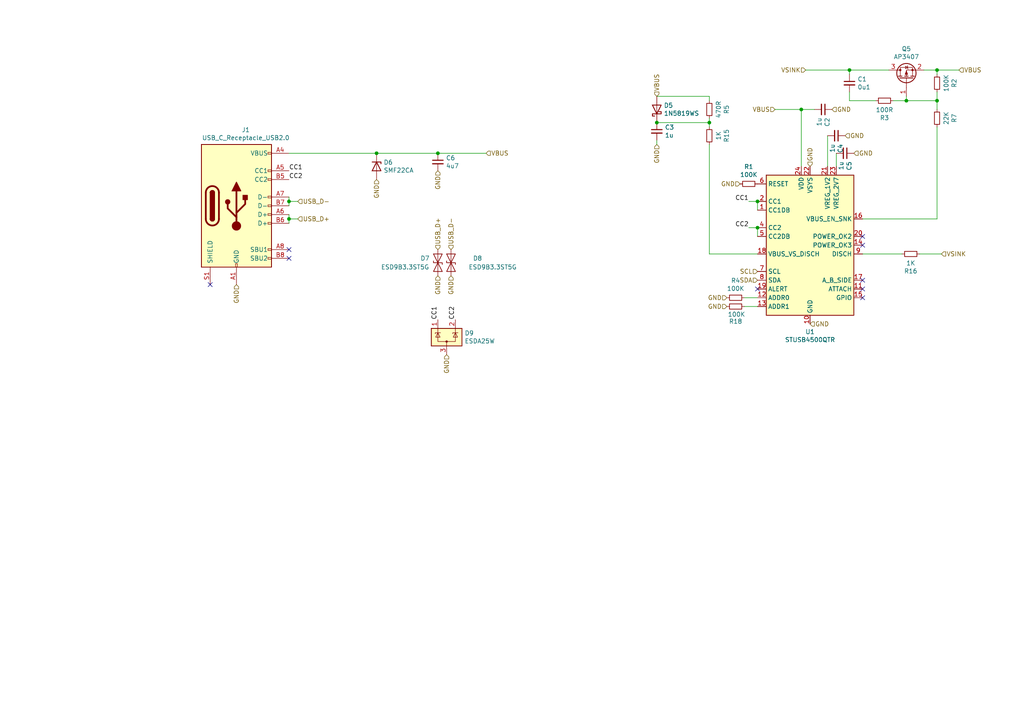
<source format=kicad_sch>
(kicad_sch (version 20231120) (generator "eeschema") (generator_version "8.0")
  (paper "A4")
  (lib_symbols
    (symbol "Device:C_Small" (pin_numbers hide) (pin_names (offset 0.254) hide)
      (property "Reference" "C" (at 0.254 1.778 0))
      (property "Value" "C_Small" (at 0.254 -2.032 0))
      (symbol "C_Small_0_1"
        (polyline (pts (xy -1.524 -0.508) (xy 1.524 -0.508)) (stroke (width 0.3302)))
        (polyline (pts (xy -1.524 0.508) (xy 1.524 0.508)) (stroke (width 0.3048)))
      )
      (symbol "C_Small_1_1"
        (pin passive line (at 0 2.54 270) (length 2.032) (name "~") (number "1"))
        (pin passive line (at 0 -2.54 90) (length 2.032) (name "~") (number "2"))
      )
    )
    (symbol "Device:D_Schottky" (pin_numbers hide) (pin_names (offset 1.016) hide)
      (property "Reference" "D" (at 0 2.54 0))
      (property "Value" "D_Schottky" (at 0 -2.54 0))
      (symbol "D_Schottky_0_1"
        (polyline (pts (xy 1.27 0) (xy -1.27 0)))
        (polyline (pts (xy 1.27 1.27) (xy 1.27 -1.27) (xy -1.27 0) (xy 1.27 1.27)) (stroke (width 0.254)))
        (polyline (pts (xy -1.905 0.635) (xy -1.905 1.27) (xy -1.27 1.27) (xy -1.27 -1.27) (xy -0.635 -1.27) (xy -0.635 -0.635)) (stroke (width 0.254)))
      )
      (symbol "D_Schottky_1_1"
        (pin passive line (at -3.81 0 0) (length 2.54) (name "K") (number "1"))
        (pin passive line (at 3.81 0 180) (length 2.54) (name "A") (number "2"))
      )
    )
    (symbol "Device:D_Zener" (pin_numbers hide) (pin_names (offset 1.016) hide)
      (property "Reference" "D" (at 0 2.54 0))
      (property "Value" "D_Zener" (at 0 -2.54 0))
      (symbol "D_Zener_0_1"
        (polyline (pts (xy 1.27 0) (xy -1.27 0)))
        (polyline (pts (xy -1.27 -1.27) (xy -1.27 1.27) (xy -0.762 1.27)) (stroke (width 0.254)))
        (polyline (pts (xy 1.27 -1.27) (xy 1.27 1.27) (xy -1.27 0) (xy 1.27 -1.27)) (stroke (width 0.254)))
      )
      (symbol "D_Zener_1_1"
        (pin passive line (at -3.81 0 0) (length 2.54) (name "K") (number "1"))
        (pin passive line (at 3.81 0 180) (length 2.54) (name "A") (number "2"))
      )
    )
    (symbol "Device:R_Small" (pin_numbers hide) (pin_names (offset 0.254) hide)
      (property "Reference" "R" (at 0.762 0.508 0))
      (property "Value" "R_Small" (at 0.762 -1.016 0))
      (symbol "R_Small_0_1"
        (rectangle (start -0.762 1.778) (end 0.762 -1.778) (stroke (width 0.2032)))
      )
      (symbol "R_Small_1_1"
        (pin passive line (at 0 2.54 270) (length 0.762) (name "~") (number "1"))
        (pin passive line (at 0 -2.54 90) (length 0.762) (name "~") (number "2"))
      )
    )
    (symbol "Diode:ESD9B3.3ST5G" (pin_numbers hide) (pin_names (offset 1.016) hide)
      (property "Reference" "D" (at 0 2.54 0))
      (property "Value" "ESD9B3.3ST5G" (at 0 -2.54 0))
      (symbol "ESD9B3.3ST5G_0_1"
        (polyline (pts (xy 1.27 0) (xy -1.27 0)))
        (polyline (pts (xy -2.54 -1.27) (xy 0 0) (xy -2.54 1.27) (xy -2.54 -1.27)) (stroke (width 0.2032)))
        (polyline (pts (xy 0.508 1.27) (xy 0 1.27) (xy 0 -1.27) (xy -0.508 -1.27)) (stroke (width 0.2032)))
        (polyline (pts (xy 2.54 1.27) (xy 2.54 -1.27) (xy 0 0) (xy 2.54 1.27)) (stroke (width 0.2032)))
      )
      (symbol "ESD9B3.3ST5G_1_1"
        (pin passive line (at -3.81 0 0) (length 2.54) (name "A1") (number "1"))
        (pin passive line (at 3.81 0 180) (length 2.54) (name "A2") (number "2"))
      )
    )
    (symbol "Interface_USB:STUSB4500QTR"
      (property "Reference" "U" (at -12.7 21.59 0))
      (property "Value" "STUSB4500QTR" (at 8.89 -21.59 0))
      (symbol "STUSB4500QTR_0_1"
        (rectangle (start -12.7 20.32) (end 12.7 -20.32) (stroke (width 0.254)) (fill (type background)))
      )
      (symbol "STUSB4500QTR_1_1"
        (pin bidirectional line (at -15.24 10.16 0) (length 2.54) (name "CC1DB") (number "1"))
        (pin power_in line (at 0 -22.86 90) (length 2.54) (name "GND") (number "10"))
        (pin open_collector line (at 15.24 -12.7 180) (length 2.54) (name "ATTACH") (number "11"))
        (pin input line (at -15.24 -15.24 0) (length 2.54) (name "ADDR0") (number "12"))
        (pin input line (at -15.24 -17.78 0) (length 2.54) (name "ADDR1") (number "13"))
        (pin open_collector line (at 15.24 0 180) (length 2.54) (name "POWER_OK3") (number "14"))
        (pin open_collector line (at 15.24 -15.24 180) (length 2.54) (name "GPIO") (number "15"))
        (pin open_collector line (at 15.24 7.62 180) (length 2.54) (name "VBUS_EN_SNK") (number "16"))
        (pin open_collector line (at 15.24 -10.16 180) (length 2.54) (name "A_B_SIDE") (number "17"))
        (pin input line (at -15.24 -2.54 0) (length 2.54) (name "VBUS_VS_DISCH") (number "18"))
        (pin open_collector line (at -15.24 -12.7 0) (length 2.54) (name "ALERT") (number "19"))
        (pin bidirectional line (at -15.24 12.7 0) (length 2.54) (name "CC1") (number "2"))
        (pin open_collector line (at 15.24 2.54 180) (length 2.54) (name "POWER_OK2") (number "20"))
        (pin power_out line (at 5.08 22.86 270) (length 2.54) (name "VREG_1V2") (number "21"))
        (pin power_in line (at 0 22.86 270) (length 2.54) (name "VSYS") (number "22"))
        (pin power_out line (at 7.62 22.86 270) (length 2.54) (name "VREG_2V7") (number "23"))
        (pin power_in line (at -2.54 22.86 270) (length 2.54) (name "VDD") (number "24"))
        (pin passive line (at 0 -22.86 90) (length 2.54) hide (name "GND") (number "25"))
        (pin no_connect line (at -12.7 15.24 0) (length 2.54) hide (name "NC") (number "3"))
        (pin bidirectional line (at -15.24 5.08 0) (length 2.54) (name "CC2") (number "4"))
        (pin bidirectional line (at -15.24 2.54 0) (length 2.54) (name "CC2DB") (number "5"))
        (pin input line (at -15.24 17.78 0) (length 2.54) (name "RESET") (number "6"))
        (pin input line (at -15.24 -7.62 0) (length 2.54) (name "SCL") (number "7"))
        (pin bidirectional line (at -15.24 -10.16 0) (length 2.54) (name "SDA") (number "8"))
        (pin bidirectional line (at 15.24 -2.54 180) (length 2.54) (name "DISCH") (number "9"))
      )
    )
    (symbol "Power_Protection:SP0502BAHT" (pin_names hide)
      (property "Reference" "D" (at 5.715 2.54 0))
      (property "Value" "SP0502BAHT" (at 5.715 0.635 0))
      (symbol "SP0502BAHT_0_0"
        (pin passive line (at 0 -5.08 90) (length 2.54) (name "A") (number "3"))
      )
      (symbol "SP0502BAHT_0_1"
        (rectangle (start -4.445 2.54) (end 4.445 -2.54) (stroke (width 0.254)) (fill (type background)))
        (circle (center 0 -1.27) (radius 0.254) (fill (type outline)))
        (polyline (pts (xy -2.54 2.54) (xy -2.54 1.27)))
        (polyline (pts (xy 0 -1.27) (xy 0 -2.54)))
        (polyline (pts (xy 2.54 2.54) (xy 2.54 1.27)))
        (polyline (pts (xy -3.302 1.016) (xy -3.302 1.27) (xy -1.905 1.27) (xy -1.778 1.27)))
        (polyline (pts (xy -2.54 1.27) (xy -2.54 -1.27) (xy 2.54 -1.27) (xy 2.54 1.27)))
        (polyline (pts (xy -2.54 1.27) (xy -1.905 0) (xy -3.175 0) (xy -2.54 1.27)))
        (polyline (pts (xy 1.778 1.016) (xy 1.778 1.27) (xy 3.175 1.27) (xy 3.302 1.27)))
        (polyline (pts (xy 2.54 1.27) (xy 1.905 0) (xy 3.175 0) (xy 2.54 1.27)))
      )
      (symbol "SP0502BAHT_1_1"
        (pin passive line (at -2.54 5.08 270) (length 2.54) (name "K") (number "1"))
        (pin passive line (at 2.54 5.08 270) (length 2.54) (name "K") (number "2"))
      )
    )
    (symbol "Transistor_FET:AO3401A" (pin_names hide)
      (property "Reference" "Q" (at 5.08 1.905 0))
      (property "Value" "AO3401A" (at 5.08 0 0))
      (symbol "AO3401A_0_1"
        (polyline (pts (xy 0.254 0) (xy -2.54 0)))
        (polyline (pts (xy 0.254 1.905) (xy 0.254 -1.905)) (stroke (width 0.254)))
        (polyline (pts (xy 0.762 -1.27) (xy 0.762 -2.286)) (stroke (width 0.254)))
        (polyline (pts (xy 0.762 0.508) (xy 0.762 -0.508)) (stroke (width 0.254)))
        (polyline (pts (xy 0.762 2.286) (xy 0.762 1.27)) (stroke (width 0.254)))
        (polyline (pts (xy 2.54 2.54) (xy 2.54 1.778)))
        (polyline (pts (xy 2.54 -2.54) (xy 2.54 0) (xy 0.762 0)))
        (polyline (pts (xy 0.762 1.778) (xy 3.302 1.778) (xy 3.302 -1.778) (xy 0.762 -1.778)))
        (polyline (pts (xy 2.286 0) (xy 1.27 0.381) (xy 1.27 -0.381) (xy 2.286 0)) (fill (type outline)))
        (polyline (pts (xy 2.794 -0.508) (xy 2.921 -0.381) (xy 3.683 -0.381) (xy 3.81 -0.254)))
        (polyline (pts (xy 3.302 -0.381) (xy 2.921 0.254) (xy 3.683 0.254) (xy 3.302 -0.381)))
        (circle (center 1.651 0) (radius 2.794) (stroke (width 0.254)))
        (circle (center 2.54 -1.778) (radius 0.254) (fill (type outline)))
        (circle (center 2.54 1.778) (radius 0.254) (fill (type outline)))
      )
      (symbol "AO3401A_1_1"
        (pin input line (at -5.08 0 0) (length 2.54) (name "G") (number "1"))
        (pin passive line (at 2.54 -5.08 90) (length 2.54) (name "S") (number "2"))
        (pin passive line (at 2.54 5.08 270) (length 2.54) (name "D") (number "3"))
      )
    )
    (symbol "jantteri_right-rescue:USB_C_Receptacle_USB2.0-Connector" (pin_names (offset 1.016))
      (property "Reference" "J" (at -10.16 19.05 0))
      (property "Value" "Connector_USB_C_Receptacle_USB2.0" (at 19.05 19.05 0))
      (symbol "USB_C_Receptacle_USB2.0-Connector_0_0"
        (rectangle (start -0.254 -17.78) (end 0.254 -16.764))
        (rectangle (start 10.16 -14.986) (end 9.144 -15.494))
        (rectangle (start 10.16 -12.446) (end 9.144 -12.954))
        (rectangle (start 10.16 -4.826) (end 9.144 -5.334))
        (rectangle (start 10.16 -2.286) (end 9.144 -2.794))
        (rectangle (start 10.16 0.254) (end 9.144 -0.254))
        (rectangle (start 10.16 2.794) (end 9.144 2.286))
        (rectangle (start 10.16 7.874) (end 9.144 7.366))
        (rectangle (start 10.16 10.414) (end 9.144 9.906))
        (rectangle (start 10.16 15.494) (end 9.144 14.986))
      )
      (symbol "USB_C_Receptacle_USB2.0-Connector_0_1"
        (rectangle (start -10.16 17.78) (end 10.16 -17.78) (stroke (width 0.254)) (fill (type background)))
        (arc (start -8.89 -3.81) (mid -6.985 -5.715) (end -5.08 -3.81) (stroke (width 0.508)))
        (arc (start -7.62 -3.81) (mid -6.985 -4.445) (end -6.35 -3.81) (stroke (width 0.254)))
        (arc (start -7.62 -3.81) (mid -6.985 -4.445) (end -6.35 -3.81) (stroke (width 0.254)) (fill (type outline)))
        (rectangle (start -7.62 -3.81) (end -6.35 3.81) (stroke (width 0.254)) (fill (type outline)))
        (arc (start -6.35 3.81) (mid -6.985 4.445) (end -7.62 3.81) (stroke (width 0.254)))
        (arc (start -6.35 3.81) (mid -6.985 4.445) (end -7.62 3.81) (stroke (width 0.254)) (fill (type outline)))
        (arc (start -5.08 3.81) (mid -6.985 5.715) (end -8.89 3.81) (stroke (width 0.508)))
        (circle (center -2.54 1.143) (radius 0.635) (stroke (width 0.254)) (fill (type outline)))
        (circle (center 0 -5.842) (radius 1.27) (fill (type outline)))
        (polyline (pts (xy -8.89 -3.81) (xy -8.89 3.81)) (stroke (width 0.508)))
        (polyline (pts (xy -5.08 3.81) (xy -5.08 -3.81)) (stroke (width 0.508)))
        (polyline (pts (xy 0 -5.842) (xy 0 4.318)) (stroke (width 0.508)))
        (polyline (pts (xy 0 -3.302) (xy -2.54 -0.762) (xy -2.54 0.508)) (stroke (width 0.508)))
        (polyline (pts (xy 0 -2.032) (xy 2.54 0.508) (xy 2.54 1.778)) (stroke (width 0.508)))
        (polyline (pts (xy -1.27 4.318) (xy 0 6.858) (xy 1.27 4.318) (xy -1.27 4.318)) (stroke (width 0.254)) (fill (type outline)))
        (rectangle (start 1.905 1.778) (end 3.175 3.048) (stroke (width 0.254)) (fill (type outline)))
      )
      (symbol "USB_C_Receptacle_USB2.0-Connector_1_1"
        (pin passive line (at 0 -22.86 90) (length 5.08) (name "GND") (number "A1"))
        (pin passive line (at 0 -22.86 90) (length 5.08) hide (name "GND") (number "A12"))
        (pin passive line (at 15.24 15.24 180) (length 5.08) (name "VBUS") (number "A4"))
        (pin bidirectional line (at 15.24 10.16 180) (length 5.08) (name "CC1") (number "A5"))
        (pin bidirectional line (at 15.24 -2.54 180) (length 5.08) (name "D+") (number "A6"))
        (pin bidirectional line (at 15.24 2.54 180) (length 5.08) (name "D-") (number "A7"))
        (pin bidirectional line (at 15.24 -12.7 180) (length 5.08) (name "SBU1") (number "A8"))
        (pin passive line (at 15.24 15.24 180) (length 5.08) hide (name "VBUS") (number "A9"))
        (pin passive line (at 0 -22.86 90) (length 5.08) hide (name "GND") (number "B1"))
        (pin passive line (at 0 -22.86 90) (length 5.08) hide (name "GND") (number "B12"))
        (pin passive line (at 15.24 15.24 180) (length 5.08) hide (name "VBUS") (number "B4"))
        (pin bidirectional line (at 15.24 7.62 180) (length 5.08) (name "CC2") (number "B5"))
        (pin bidirectional line (at 15.24 -5.08 180) (length 5.08) (name "D+") (number "B6"))
        (pin bidirectional line (at 15.24 0 180) (length 5.08) (name "D-") (number "B7"))
        (pin bidirectional line (at 15.24 -15.24 180) (length 5.08) (name "SBU2") (number "B8"))
        (pin passive line (at 15.24 15.24 180) (length 5.08) hide (name "VBUS") (number "B9"))
        (pin passive line (at -7.62 -22.86 90) (length 5.08) (name "SHIELD") (number "S1"))
      )
    )
  )
  (junction (at 271.78 29.21))
  (junction (at 246.38 20.32))
  (junction (at 232.41 31.75))
  (junction (at 109.22 44.45))
  (junction (at 83.82 63.5))
  (junction (at 219.71 66.04))
  (junction (at 127 44.45))
  (junction (at 83.82 58.42))
  (junction (at 219.71 58.42))
  (junction (at 271.78 20.32))
  (junction (at 190.5 35.56))
  (junction (at 262.89 29.21))
  (junction (at 205.74 35.56))
  (no_connect (at 250.19 81.28))
  (no_connect (at 250.19 71.12))
  (no_connect (at 83.82 74.93))
  (no_connect (at 219.71 83.82))
  (no_connect (at 250.19 83.82))
  (no_connect (at 60.96 82.55))
  (no_connect (at 250.19 86.36))
  (no_connect (at 83.82 72.39))
  (no_connect (at 250.19 68.58))
  (wire (pts (xy 267.97 20.32) (xy 271.78 20.32)))
  (wire (pts (xy 271.78 21.59) (xy 271.78 20.32)))
  (wire (pts (xy 242.57 48.26) (xy 242.57 44.45)))
  (wire (pts (xy 83.82 58.42) (xy 83.82 57.15)))
  (wire (pts (xy 205.74 35.56) (xy 205.74 34.29)))
  (wire (pts (xy 250.19 63.5) (xy 271.78 63.5)))
  (wire (pts (xy 190.5 41.91) (xy 190.5 40.64)))
  (wire (pts (xy 271.78 29.21) (xy 271.78 31.75)))
  (wire (pts (xy 232.41 31.75) (xy 236.22 31.75)))
  (wire (pts (xy 83.82 63.5) (xy 83.82 64.77)))
  (wire (pts (xy 240.03 39.37) (xy 240.03 48.26)))
  (wire (pts (xy 217.17 66.04) (xy 219.71 66.04)))
  (wire (pts (xy 215.9 88.9) (xy 219.71 88.9)))
  (wire (pts (xy 271.78 36.83) (xy 271.78 63.5)))
  (wire (pts (xy 250.19 73.66) (xy 261.62 73.66)))
  (wire (pts (xy 219.71 73.66) (xy 205.74 73.66)))
  (wire (pts (xy 86.36 58.42) (xy 83.82 58.42)))
  (wire (pts (xy 83.82 62.23) (xy 83.82 63.5)))
  (wire (pts (xy 262.89 29.21) (xy 271.78 29.21)))
  (wire (pts (xy 205.74 73.66) (xy 205.74 41.91)))
  (wire (pts (xy 224.79 31.75) (xy 232.41 31.75)))
  (wire (pts (xy 140.97 44.45) (xy 127 44.45)))
  (wire (pts (xy 246.38 20.32) (xy 233.68 20.32)))
  (wire (pts (xy 83.82 59.69) (xy 83.82 58.42)))
  (wire (pts (xy 271.78 20.32) (xy 278.13 20.32)))
  (wire (pts (xy 257.81 20.32) (xy 246.38 20.32)))
  (wire (pts (xy 217.17 58.42) (xy 219.71 58.42)))
  (wire (pts (xy 190.5 27.94) (xy 205.74 27.94)))
  (wire (pts (xy 271.78 29.21) (xy 271.78 26.67)))
  (wire (pts (xy 246.38 29.21) (xy 246.38 26.67)))
  (wire (pts (xy 262.89 29.21) (xy 262.89 27.94)))
  (wire (pts (xy 190.5 35.56) (xy 205.74 35.56)))
  (wire (pts (xy 205.74 36.83) (xy 205.74 35.56)))
  (wire (pts (xy 127 44.45) (xy 109.22 44.45)))
  (wire (pts (xy 266.7 73.66) (xy 273.05 73.66)))
  (wire (pts (xy 219.71 68.58) (xy 219.71 66.04)))
  (wire (pts (xy 219.71 60.96) (xy 219.71 58.42)))
  (wire (pts (xy 232.41 48.26) (xy 232.41 31.75)))
  (wire (pts (xy 109.22 44.45) (xy 83.82 44.45)))
  (wire (pts (xy 254 29.21) (xy 246.38 29.21)))
  (wire (pts (xy 259.08 29.21) (xy 262.89 29.21)))
  (wire (pts (xy 83.82 63.5) (xy 86.36 63.5)))
  (wire (pts (xy 219.71 86.36) (xy 215.9 86.36)))
  (wire (pts (xy 205.74 27.94) (xy 205.74 29.21)))
  (wire (pts (xy 246.38 21.59) (xy 246.38 20.32)))
  (label "CC2" (at 83.82 52.07 0))
  (label "CC1" (at 217.17 58.42 180))
  (label "CC2" (at 132.08 92.71 90))
  (label "CC1" (at 83.82 49.53 0))
  (label "CC1" (at 127 92.71 90))
  (label "CC2" (at 217.17 66.04 180))
  (hierarchical_label "GND" (shape input) (at 241.3 31.75 0))
  (hierarchical_label "GND" (shape input) (at 127 80.01 270))
  (hierarchical_label "GND" (shape input) (at 127 49.53 270))
  (hierarchical_label "GND" (shape input) (at 130.81 80.01 270))
  (hierarchical_label "USB_D-" (shape input) (at 86.36 58.42 0))
  (hierarchical_label "SCL" (shape input) (at 219.71 78.74 180))
  (hierarchical_label "GND" (shape input) (at 190.5 41.91 270))
  (hierarchical_label "GND" (shape input) (at 234.95 48.26 90))
  (hierarchical_label "GND" (shape input) (at 234.95 93.98 0))
  (hierarchical_label "USB_D+" (shape input) (at 86.36 63.5 0))
  (hierarchical_label "VBUS" (shape input) (at 190.5 27.94 90))
  (hierarchical_label "VSINK" (shape input) (at 233.68 20.32 180))
  (hierarchical_label "GND" (shape input) (at 210.82 86.36 180))
  (hierarchical_label "VBUS" (shape input) (at 140.97 44.45 0))
  (hierarchical_label "GND" (shape input) (at 109.22 52.07 270))
  (hierarchical_label "GND" (shape input) (at 214.63 53.34 180))
  (hierarchical_label "VSINK" (shape input) (at 273.05 73.66 0))
  (hierarchical_label "GND" (shape input) (at 129.54 102.87 270))
  (hierarchical_label "SDA" (shape input) (at 219.71 81.28 180))
  (hierarchical_label "USB_D+" (shape input) (at 127 72.39 90))
  (hierarchical_label "GND" (shape input) (at 247.65 44.45 0))
  (hierarchical_label "GND" (shape input) (at 210.82 88.9 180))
  (hierarchical_label "USB_D-" (shape input) (at 130.81 72.39 90))
  (hierarchical_label "VBUS" (shape input) (at 278.13 20.32 0))
  (hierarchical_label "GND" (shape input) (at 68.58 82.55 270))
  (hierarchical_label "GND" (shape input) (at 245.11 39.37 0))
  (hierarchical_label "VBUS" (shape input) (at 224.79 31.75 180))
  (symbol (lib_id "jantteri_right-rescue:USB_C_Receptacle_USB2.0-Connector") (at 68.58 59.69 0) (unit 1)
    (property "Reference" "J1" (at 71.2978 37.6682 0))
    (property "Value" "USB_C_Receptacle_USB2.0" (at 71.2978 39.9796 0))
    (property "Footprint" "Connector_USB:USB_C_Receptacle_JAE_DX07S024WJ3R400" (effects (hide yes)))
    (property "Datasheet" "https://www.usb.org/sites/default/files/documents/usb_type-c.zip" (effects (hide yes)))
    (property "LCSC" "C309367" (effects (hide yes)))
  )
  (symbol (lib_id "Interface_USB:STUSB4500QTR") (at 234.95 71.12 0) (unit 1)
    (property "Reference" "U1" (at 234.95 96.2406 0))
    (property "Value" "STUSB4500QTR" (at 234.95 98.552 0))
    (property "Footprint" "Package_DFN_QFN:QFN-24-1EP_4x4mm_P0.5mm_EP2.7x2.7mm" (effects (hide yes)))
    (property "Datasheet" "https://www.st.com/resource/en/datasheet/stusb4500.pdf" (effects (hide yes)))
    (property "LCSC" "C2678061" (effects (hide yes)))
  )
  (symbol (lib_id "Device:R_Small") (at 213.36 86.36 270) (unit 1)
    (property "Reference" "R4" (at 213.36 81.3816 90))
    (property "Value" "100K" (at 213.36 83.693 90))
    (property "Footprint" "Resistor_SMD:R_0402_1005Metric" (effects (hide yes)))
    (property "LCSC" "C25741" (effects (hide yes)))
  )
  (symbol (lib_id "Transistor_FET:AO3401A") (at 262.89 22.86 90) (unit 1)
    (property "Reference" "Q5" (at 262.89 14.1732 90))
    (property "Value" "AP3407" (at 262.89 16.4846 90))
    (property "Footprint" "Package_TO_SOT_SMD:SOT-23" (effects (hide yes)))
    (property "Datasheet" "http://www.aosmd.com/pdfs/datasheet/AO3401A.pdf" (effects (hide yes)))
    (property "LCSC" "C353080" (effects (hide yes)))
  )
  (symbol (lib_id "Device:C_Small") (at 246.38 24.13 0) (unit 1)
    (property "Reference" "C1" (at 248.7168 22.9616 0) (effects (justify left)))
    (property "Value" "0u1" (at 248.7168 25.273 0) (effects (justify left)))
    (property "Footprint" "Capacitor_SMD:C_0402_1005Metric" (effects (hide yes)))
    (property "LCSC" " C307331" (effects (hide yes)))
  )
  (symbol (lib_id "Device:R_Small") (at 256.54 29.21 90) (unit 1)
    (property "Reference" "R3" (at 256.54 34.1884 90))
    (property "Value" "100R" (at 256.54 31.877 90))
    (property "Footprint" "Resistor_SMD:R_0603_1608Metric" (effects (hide yes)))
    (property "LCSC" "C22775" (effects (hide yes)))
  )
  (symbol (lib_id "Device:R_Small") (at 271.78 34.29 180) (unit 1)
    (property "Reference" "R7" (at 276.7584 34.29 90))
    (property "Value" "22K" (at 274.447 34.29 90))
    (property "Footprint" "Resistor_SMD:R_0603_1608Metric" (effects (hide yes)))
    (property "LCSC" "C31850" (effects (hide yes)))
  )
  (symbol (lib_id "Device:D_Zener") (at 109.22 48.26 270) (unit 1)
    (property "Reference" "D6" (at 111.252 47.0916 90) (effects (justify left)))
    (property "Value" "SMF22CA" (at 111.252 49.403 90) (effects (justify left)))
    (property "Footprint" "Diode_SMD:D_SOD-123F" (effects (hide yes)))
    (property "LCSC" "C123807" (effects (hide yes)))
  )
  (symbol (lib_id "Device:C_Small") (at 127 46.99 0) (unit 1)
    (property "Reference" "C6" (at 129.3368 45.8216 0) (effects (justify left)))
    (property "Value" "4u7" (at 129.3368 48.133 0) (effects (justify left)))
    (property "Footprint" "Capacitor_SMD:C_1206_3216Metric" (effects (hide yes)))
    (property "LCSC" " C29823" (effects (hide yes)))
  )
  (symbol (lib_id "Device:D_Schottky") (at 190.5 31.75 90) (unit 1)
    (property "Reference" "D5" (at 192.532 30.5816 90) (effects (justify right)))
    (property "Value" "1N5819WS" (at 192.532 32.893 90) (effects (justify right)))
    (property "Footprint" "Diode_SMD:D_SOD-323" (effects (hide yes)))
    (property "LCSC" "C191023" (effects (hide yes)))
  )
  (symbol (lib_id "Device:C_Small") (at 190.5 38.1 0) (unit 1)
    (property "Reference" "C3" (at 192.8368 36.9316 0) (effects (justify left)))
    (property "Value" "1u" (at 192.8368 39.243 0) (effects (justify left)))
    (property "Footprint" "Capacitor_SMD:C_0402_1005Metric" (effects (hide yes)))
    (property "LCSC" " C52923" (effects (hide yes)))
  )
  (symbol (lib_id "Device:R_Small") (at 205.74 31.75 180) (unit 1)
    (property "Reference" "R5" (at 210.7184 31.75 90))
    (property "Value" "470R" (at 208.407 31.75 90))
    (property "Footprint" "Resistor_SMD:R_0603_1608Metric" (effects (hide yes)))
    (property "LCSC" "C23179" (effects (hide yes)))
  )
  (symbol (lib_id "Device:R_Small") (at 205.74 39.37 180) (unit 1)
    (property "Reference" "R15" (at 210.7184 39.37 90))
    (property "Value" "1K" (at 208.407 39.37 90))
    (property "Footprint" "Resistor_SMD:R_0603_1608Metric" (effects (hide yes)))
    (property "LCSC" "C21190" (effects (hide yes)))
  )
  (symbol (lib_id "Diode:ESD9B3.3ST5G") (at 127 76.2 270) (unit 1)
    (property "Reference" "D7" (at 121.92 74.93 90) (effects (justify left)))
    (property "Value" "ESD9B3.3ST5G" (at 110.49 77.47 90) (effects (justify left)))
    (property "Footprint" "Diode_SMD:D_SOD-923" (effects (hide yes)))
    (property "Datasheet" "https://www.onsemi.com/pub/Collateral/ESD9B-D.PDF" (effects (hide yes)))
    (property "LCSC" "C96512" (effects (hide yes)))
  )
  (symbol (lib_id "Power_Protection:SP0502BAHT") (at 129.54 97.79 0) (unit 1)
    (property "Reference" "D9" (at 134.747 96.6216 0) (effects (justify left)))
    (property "Value" "ESDA25W" (at 134.747 98.933 0) (effects (justify left)))
    (property "Footprint" "Package_TO_SOT_SMD:SOT-323_SC-70" (effects (hide yes)))
    (property "Datasheet" "https://www.lcsc.com/datasheet/lcsc_datasheet_2205251800_TECH-PUBLIC-ESDA25W_C3021136.pdf" (effects (hide yes)))
    (property "LCSC" "C3021136" (effects (hide yes)))
  )
  (symbol (lib_id "Diode:ESD9B3.3ST5G") (at 130.81 76.2 270) (unit 1)
    (property "Reference" "D8" (at 137.16 74.93 90) (effects (justify left)))
    (property "Value" "ESD9B3.3ST5G" (at 135.89 77.47 90) (effects (justify left)))
    (property "Footprint" "Diode_SMD:D_SOD-923" (effects (hide yes)))
    (property "Datasheet" "https://www.onsemi.com/pub/Collateral/ESD9B-D.PDF" (effects (hide yes)))
    (property "LCSC" "C96512" (effects (hide yes)))
  )
  (symbol (lib_id "Device:C_Small") (at 238.76 31.75 270) (unit 1)
    (property "Reference" "C2" (at 239.9284 34.0868 0) (effects (justify left)))
    (property "Value" "1u" (at 237.617 34.0868 0) (effects (justify left)))
    (property "Footprint" "Capacitor_SMD:C_0402_1005Metric" (effects (hide yes)))
    (property "LCSC" " C52923" (effects (hide yes)))
  )
  (symbol (lib_id "Device:C_Small") (at 242.57 39.37 270) (unit 1)
    (property "Reference" "C4" (at 243.7384 41.7068 0) (effects (justify left)))
    (property "Value" "1u" (at 241.427 41.7068 0) (effects (justify left)))
    (property "Footprint" "Capacitor_SMD:C_0402_1005Metric" (effects (hide yes)))
    (property "LCSC" " C52923" (effects (hide yes)))
  )
  (symbol (lib_id "Device:C_Small") (at 245.11 44.45 270) (unit 1)
    (property "Reference" "C5" (at 246.2784 46.7868 0) (effects (justify left)))
    (property "Value" "1u" (at 243.967 46.7868 0) (effects (justify left)))
    (property "Footprint" "Capacitor_SMD:C_0402_1005Metric" (effects (hide yes)))
    (property "LCSC" " C52923" (effects (hide yes)))
  )
  (symbol (lib_id "Device:R_Small") (at 213.36 88.9 270) (unit 1)
    (property "Reference" "R18" (at 213.36 93.218 90))
    (property "Value" "100K" (at 213.614 91.186 90))
    (property "Footprint" "Resistor_SMD:R_0402_1005Metric" (effects (hide yes)))
    (property "LCSC" "C25741" (effects (hide yes)))
  )
  (symbol (lib_id "Device:R_Small") (at 271.78 24.13 180) (unit 1)
    (property "Reference" "R2" (at 276.7584 24.13 90))
    (property "Value" "100K" (at 274.447 24.13 90))
    (property "Footprint" "Resistor_SMD:R_0402_1005Metric" (effects (hide yes)))
    (property "LCSC" "C25741" (effects (hide yes)))
  )
  (symbol (lib_id "Device:R_Small") (at 264.16 73.66 90) (unit 1)
    (property "Reference" "R16" (at 264.16 78.6384 90))
    (property "Value" "1K" (at 264.16 76.327 90))
    (property "Footprint" "Resistor_SMD:R_0603_1608Metric" (effects (hide yes)))
    (property "LCSC" "C21190" (effects (hide yes)))
  )
  (symbol (lib_id "Device:R_Small") (at 217.17 53.34 270) (unit 1)
    (property "Reference" "R1" (at 217.17 48.3616 90))
    (property "Value" "100K" (at 217.17 50.673 90))
    (property "Footprint" "Resistor_SMD:R_0402_1005Metric" (effects (hide yes)))
    (property "LCSC" "C25741" (effects (hide yes)))
  )
)
</source>
